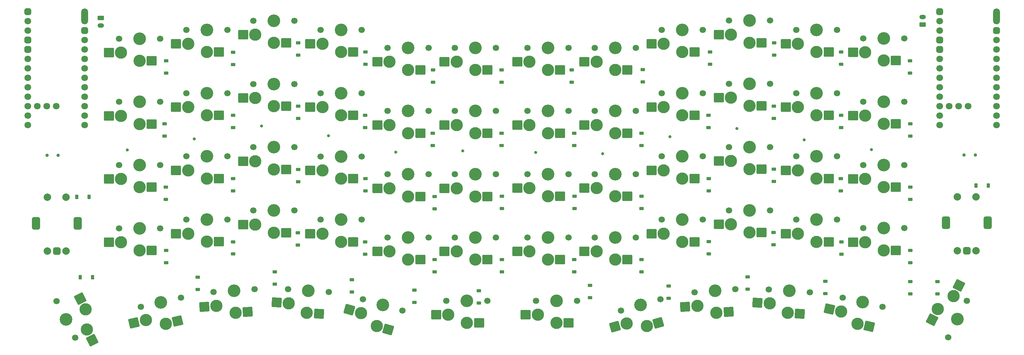
<source format=gbr>
%TF.GenerationSoftware,KiCad,Pcbnew,8.0.5*%
%TF.CreationDate,2024-10-07T12:12:51+02:00*%
%TF.ProjectId,chastity,63686173-7469-4747-992e-6b696361645f,rev?*%
%TF.SameCoordinates,Original*%
%TF.FileFunction,Soldermask,Bot*%
%TF.FilePolarity,Negative*%
%FSLAX46Y46*%
G04 Gerber Fmt 4.6, Leading zero omitted, Abs format (unit mm)*
G04 Created by KiCad (PCBNEW 8.0.5) date 2024-10-07 12:12:51*
%MOMM*%
%LPD*%
G01*
G04 APERTURE LIST*
G04 Aperture macros list*
%AMRoundRect*
0 Rectangle with rounded corners*
0 $1 Rounding radius*
0 $2 $3 $4 $5 $6 $7 $8 $9 X,Y pos of 4 corners*
0 Add a 4 corners polygon primitive as box body*
4,1,4,$2,$3,$4,$5,$6,$7,$8,$9,$2,$3,0*
0 Add four circle primitives for the rounded corners*
1,1,$1+$1,$2,$3*
1,1,$1+$1,$4,$5*
1,1,$1+$1,$6,$7*
1,1,$1+$1,$8,$9*
0 Add four rect primitives between the rounded corners*
20,1,$1+$1,$2,$3,$4,$5,0*
20,1,$1+$1,$4,$5,$6,$7,0*
20,1,$1+$1,$6,$7,$8,$9,0*
20,1,$1+$1,$8,$9,$2,$3,0*%
G04 Aperture macros list end*
%ADD10C,0.900000*%
%ADD11C,1.800000*%
%ADD12RoundRect,0.450000X-0.450000X-0.450000X0.450000X-0.450000X0.450000X0.450000X-0.450000X0.450000X0*%
%ADD13O,1.800000X4.340000*%
%ADD14C,2.000000*%
%ADD15RoundRect,0.500000X0.500000X-0.500000X0.500000X0.500000X-0.500000X0.500000X-0.500000X-0.500000X0*%
%ADD16RoundRect,0.550000X0.550000X-1.150000X0.550000X1.150000X-0.550000X1.150000X-0.550000X-1.150000X0*%
%ADD17C,1.700000*%
%ADD18C,3.400000*%
%ADD19C,3.300000*%
%ADD20RoundRect,0.260000X1.065000X1.040000X-1.065000X1.040000X-1.065000X-1.040000X1.065000X-1.040000X0*%
%ADD21RoundRect,0.260000X1.134952X0.963176X-0.989859X1.111757X-1.134952X-0.963176X0.989859X-1.111757X0*%
%ADD22RoundRect,0.225000X0.375000X-0.225000X0.375000X0.225000X-0.375000X0.225000X-0.375000X-0.225000X0*%
%ADD23RoundRect,0.225000X-0.375000X0.225000X-0.375000X-0.225000X0.375000X-0.225000X0.375000X0.225000X0*%
%ADD24RoundRect,0.225000X0.225000X0.375000X-0.225000X0.375000X-0.225000X-0.375000X0.225000X-0.375000X0*%
%ADD25RoundRect,0.260000X0.737081X1.293266X-1.310407X0.706158X-0.737081X-1.293266X1.310407X-0.706158X0*%
%ADD26RoundRect,0.260000X0.803755X1.252918X-1.271653X0.773772X-0.803755X-1.252918X1.271653X-0.773772X0*%
%ADD27RoundRect,0.260000X1.310407X0.706158X-0.737081X1.293266X-1.310407X-0.706158X0.737081X-1.293266X0*%
%ADD28RoundRect,0.260000X1.271653X0.773772X-0.803755X1.252918X-1.271653X-0.773772X0.803755X-1.252918X0*%
%ADD29RoundRect,0.260000X0.989859X1.111757X-1.134952X0.963176X-0.989859X-1.111757X1.134952X-0.963176X0*%
%ADD30O,1.750000X1.200000*%
%ADD31RoundRect,0.250000X0.625000X-0.350000X0.625000X0.350000X-0.625000X0.350000X-0.625000X-0.350000X0*%
%ADD32RoundRect,0.260000X0.443147X-1.421072X1.410147X0.476772X-0.443147X1.421072X-1.410147X-0.476772X0*%
%ADD33RoundRect,0.260000X-1.410147X0.476772X-0.443147X-1.421072X1.410147X-0.476772X0.443147X1.421072X0*%
%ADD34RoundRect,0.250000X-0.625000X0.350000X-0.625000X-0.350000X0.625000X-0.350000X0.625000X0.350000X0*%
%ADD35C,0.800000*%
G04 APERTURE END LIST*
D10*
%TO.C,SW_POWERR32*%
X9799764Y87357999D03*
X6799764Y87357999D03*
%TD*%
%TO.C,SW_POWERR31*%
X252636815Y87417555D03*
X255636815Y87417555D03*
%TD*%
D11*
%TO.C,U32*%
X1659764Y123423000D03*
X1659764Y120883000D03*
D12*
X1659764Y118343000D03*
X1659764Y115803000D03*
D11*
X1659764Y113263000D03*
X1659764Y110723000D03*
X1659764Y108183000D03*
X1659764Y105643000D03*
X1659764Y103103000D03*
X1659764Y100563000D03*
X1659764Y98023000D03*
X1659764Y95483000D03*
D13*
X16899764Y124693000D03*
D12*
X16899764Y120883000D03*
D11*
X16899764Y118343000D03*
X16899764Y115803000D03*
X16899764Y113263000D03*
X16899764Y110723000D03*
X16899764Y108183000D03*
X16899764Y105643000D03*
X16899764Y103103000D03*
X16899764Y100563000D03*
X16899764Y98023000D03*
X16899764Y95483000D03*
X4199764Y100563000D03*
X6739764Y100563000D03*
X9279764Y100563000D03*
D12*
X1659764Y125963000D03*
D11*
X16899764Y125963000D03*
%TD*%
%TO.C,U31*%
X261316815Y125912555D03*
D12*
X246076815Y125912555D03*
D11*
X253696815Y100512555D03*
X251156815Y100512555D03*
X248616815Y100512555D03*
X261316815Y95432555D03*
X261316815Y97972555D03*
X261316815Y100512555D03*
X261316815Y103052555D03*
X261316815Y105592555D03*
X261316815Y108132555D03*
X261316815Y110672555D03*
X261316815Y113212555D03*
X261316815Y115752555D03*
X261316815Y118292555D03*
D12*
X261316815Y120832555D03*
D13*
X261316815Y124642555D03*
D11*
X246076815Y95432555D03*
X246076815Y97972555D03*
X246076815Y100512555D03*
X246076815Y103052555D03*
X246076815Y105592555D03*
X246076815Y108132555D03*
X246076815Y110672555D03*
X246076815Y113212555D03*
D12*
X246076815Y115752555D03*
X246076815Y118292555D03*
D11*
X246076815Y120832555D03*
X246076815Y123372555D03*
%TD*%
D14*
%TO.C,SW2*%
X6939764Y61583000D03*
X11939764Y61583000D03*
D15*
X9439764Y61583000D03*
D16*
X3839764Y69083000D03*
X15039764Y69083000D03*
D14*
X11939764Y76083000D03*
X6939764Y76083000D03*
%TD*%
%TO.C,SW1*%
X250866815Y76192555D03*
X255866815Y76192555D03*
D16*
X258966815Y69192555D03*
X247766815Y69192555D03*
D15*
X253366815Y61692555D03*
D14*
X255866815Y61692555D03*
X250866815Y61692555D03*
%TD*%
D17*
%TO.C,MX35*%
X109134764Y116243000D03*
D18*
X103634764Y116243000D03*
D17*
X98134764Y116243000D03*
D19*
X98634764Y112493000D03*
D20*
X95389764Y112493000D03*
X106879764Y110293000D03*
D19*
X103634764Y110293000D03*
%TD*%
%TO.C,MX19*%
X141126815Y59302555D03*
D20*
X144371815Y59302555D03*
X132881815Y61502555D03*
D19*
X136126815Y61502555D03*
D17*
X135626815Y65252555D03*
D18*
X141126815Y65252555D03*
D17*
X146626815Y65252555D03*
%TD*%
%TO.C,MX58*%
X82374322Y50561205D03*
D18*
X76887720Y50944866D03*
D17*
X71401118Y51328527D03*
D19*
X71638309Y47552784D03*
D21*
X68401218Y47779143D03*
X79709764Y44783000D03*
D19*
X76472669Y45009360D03*
%TD*%
%TO.C,MX4*%
X195126815Y117602555D03*
D20*
X198371815Y117602555D03*
X186881815Y119802555D03*
D19*
X190126815Y119802555D03*
D17*
X189626815Y123552555D03*
D18*
X195126815Y123552555D03*
D17*
X200626815Y123552555D03*
%TD*%
%TO.C,MX40*%
X91139764Y104043000D03*
D18*
X85639764Y104043000D03*
D17*
X80139764Y104043000D03*
D19*
X80639764Y100293000D03*
D20*
X77394764Y100293000D03*
X88884764Y98093000D03*
D19*
X85639764Y98093000D03*
%TD*%
%TO.C,MX11*%
X213126815Y98102555D03*
D20*
X216371815Y98102555D03*
X204881815Y100302555D03*
D19*
X208126815Y100302555D03*
D17*
X207626815Y104052555D03*
D18*
X213126815Y104052555D03*
D17*
X218626815Y104052555D03*
%TD*%
D19*
%TO.C,MX10*%
X195126815Y100602555D03*
D20*
X198371815Y100602555D03*
X186881815Y102802555D03*
D19*
X190126815Y102802555D03*
D17*
X189626815Y106552555D03*
D18*
X195126815Y106552555D03*
D17*
X200626815Y106552555D03*
%TD*%
D19*
%TO.C,MX15*%
X177126815Y81102555D03*
D20*
X180371815Y81102555D03*
X168881815Y83302555D03*
D19*
X172126815Y83302555D03*
D17*
X171626815Y87052555D03*
D18*
X177126815Y87052555D03*
D17*
X182626815Y87052555D03*
%TD*%
%TO.C,MX60*%
X124889764Y48233000D03*
D18*
X119389764Y48233000D03*
D17*
X113889764Y48233000D03*
D19*
X114389764Y44483000D03*
D20*
X111144764Y44483000D03*
X122634764Y42283000D03*
D19*
X119389764Y42283000D03*
%TD*%
D22*
%TO.C,D42*%
X128706201Y89997012D03*
X128706201Y93297012D03*
%TD*%
%TO.C,D4*%
X201746815Y117582555D03*
X201746815Y114282555D03*
%TD*%
%TO.C,D45*%
X74169764Y80253000D03*
X74169764Y83553000D03*
%TD*%
%TO.C,D12*%
X238216815Y95812555D03*
X238216815Y92512555D03*
%TD*%
%TO.C,D44*%
X56679764Y77793000D03*
X56679764Y81093000D03*
%TD*%
%TO.C,D17*%
X219646815Y81105055D03*
X219646815Y77805055D03*
%TD*%
D17*
%TO.C,MX54*%
X127134764Y65243000D03*
D18*
X121634764Y65243000D03*
D17*
X116134764Y65243000D03*
D19*
X116634764Y61493000D03*
D20*
X113389764Y61493000D03*
X124879764Y59293000D03*
D19*
X121634764Y59293000D03*
%TD*%
D17*
%TO.C,MX33*%
X73152114Y123504250D03*
D18*
X67652114Y123504250D03*
D17*
X62152114Y123504250D03*
D19*
X62652114Y119754250D03*
D20*
X59407114Y119754250D03*
X70897114Y117554250D03*
D19*
X67652114Y117554250D03*
%TD*%
%TO.C,MX14*%
X159126815Y76302555D03*
D20*
X162371815Y76302555D03*
X150881815Y78502555D03*
D19*
X154126815Y78502555D03*
D17*
X153626815Y82252555D03*
D18*
X159126815Y82252555D03*
D17*
X164626815Y82252555D03*
%TD*%
%TO.C,MX41*%
X109134764Y99243000D03*
D18*
X103634764Y99243000D03*
D17*
X98134764Y99243000D03*
D19*
X98634764Y95493000D03*
D20*
X95389764Y95493000D03*
X106879764Y93293000D03*
D19*
X103634764Y93293000D03*
%TD*%
%TO.C,MX9*%
X177126815Y98102555D03*
D20*
X180371815Y98102555D03*
X168881815Y100302555D03*
D19*
X172126815Y100302555D03*
D17*
X171626815Y104052555D03*
D18*
X177126815Y104052555D03*
D17*
X182626815Y104052555D03*
%TD*%
D22*
%TO.C,D52*%
X92089764Y60793000D03*
X92089764Y64093000D03*
%TD*%
D17*
%TO.C,MX32*%
X55152114Y121054250D03*
D18*
X49652114Y121054250D03*
D17*
X44152114Y121054250D03*
D19*
X44652114Y117304250D03*
D20*
X41407114Y117304250D03*
X52897114Y115104250D03*
D19*
X49652114Y115104250D03*
%TD*%
D22*
%TO.C,D19*%
X148176815Y59302555D03*
X148176815Y56002555D03*
%TD*%
%TO.C,D24*%
X238206815Y61802555D03*
X238206815Y58502555D03*
%TD*%
%TO.C,D22*%
X201586815Y66602555D03*
X201586815Y63302555D03*
%TD*%
D19*
%TO.C,MX16*%
X195126815Y83602555D03*
D20*
X198371815Y83602555D03*
X186881815Y85802555D03*
D19*
X190126815Y85802555D03*
D17*
X189626815Y89552555D03*
D18*
X195126815Y89552555D03*
D17*
X200626815Y89552555D03*
%TD*%
D23*
%TO.C,D30*%
X245526815Y50122555D03*
X245526815Y53422555D03*
%TD*%
%TO.C,D57*%
X67909764Y55983000D03*
X67909764Y52683000D03*
%TD*%
D22*
%TO.C,D43*%
X38706485Y75455045D03*
X38706485Y78755045D03*
%TD*%
D17*
%TO.C,MX31*%
X37152114Y118704250D03*
D18*
X31652114Y118704250D03*
D17*
X26152114Y118704250D03*
D19*
X26652114Y114954250D03*
D20*
X23407114Y114954250D03*
X34897114Y112754250D03*
D19*
X31652114Y112754250D03*
%TD*%
D23*
%TO.C,D59*%
X105300764Y51113000D03*
X105300764Y47813000D03*
%TD*%
D24*
%TO.C,D61*%
X255836815Y79202555D03*
X259136815Y79202555D03*
%TD*%
D19*
%TO.C,MX26*%
X167579918Y41437043D03*
D25*
X170699212Y42331486D03*
X159047913Y41279189D03*
D19*
X162167208Y42173632D03*
D17*
X160652937Y45640545D03*
D18*
X165939876Y47156550D03*
D17*
X171226815Y48672555D03*
%TD*%
D22*
%TO.C,D16*%
X201656815Y83602555D03*
X201656815Y80302555D03*
%TD*%
D19*
%TO.C,MX2*%
X159126815Y110302555D03*
D20*
X162371815Y110302555D03*
X150881815Y112502555D03*
D19*
X154126815Y112502555D03*
D17*
X153626815Y116252555D03*
D18*
X159126815Y116252555D03*
D17*
X164626815Y116252555D03*
%TD*%
D23*
%TO.C,D26*%
X173496815Y48912555D03*
X173496815Y52212555D03*
%TD*%
D19*
%TO.C,MX21*%
X177126815Y64102555D03*
D20*
X180371815Y64102555D03*
X168881815Y66302555D03*
D19*
X172126815Y66302555D03*
D17*
X171626815Y70052555D03*
D18*
X177126815Y70052555D03*
D17*
X182626815Y70052555D03*
%TD*%
D19*
%TO.C,MX3*%
X177126815Y115102555D03*
D20*
X180371815Y115102555D03*
X168881815Y117302555D03*
D19*
X172126815Y117302555D03*
D17*
X171626815Y121052555D03*
D18*
X177126815Y121052555D03*
D17*
X182626815Y121052555D03*
%TD*%
%TO.C,MX56*%
X42699764Y49083000D03*
D18*
X37340729Y47845769D03*
D17*
X31981694Y46608538D03*
D19*
X33312446Y43067126D03*
D26*
X30150614Y42337160D03*
X41841019Y42778233D03*
D19*
X38679188Y42048267D03*
%TD*%
%TO.C,MX13*%
X141126815Y76302555D03*
D20*
X144371815Y76302555D03*
X132881815Y78502555D03*
D19*
X136126815Y78502555D03*
D17*
X135626815Y82252555D03*
D18*
X141126815Y82252555D03*
D17*
X146626815Y82252555D03*
%TD*%
D19*
%TO.C,MX12*%
X231126815Y95802555D03*
D20*
X234371815Y95802555D03*
X222881815Y98002555D03*
D19*
X226126815Y98002555D03*
D17*
X225626815Y101752555D03*
D18*
X231126815Y101752555D03*
D17*
X236626815Y101752555D03*
%TD*%
D22*
%TO.C,D32*%
X56729764Y111713000D03*
X56729764Y115013000D03*
%TD*%
D19*
%TO.C,MX1*%
X141126815Y110302555D03*
D20*
X144371815Y110302555D03*
X132881815Y112502555D03*
D19*
X136126815Y112502555D03*
D17*
X135626815Y116252555D03*
D18*
X141126815Y116252555D03*
D17*
X146626815Y116252555D03*
%TD*%
D23*
%TO.C,D60*%
X122539764Y50953000D03*
X122539764Y47653000D03*
%TD*%
%TO.C,D27*%
X194606815Y51402555D03*
X194606815Y54702555D03*
%TD*%
D22*
%TO.C,D47*%
X110739764Y72993000D03*
X110739764Y76293000D03*
%TD*%
D17*
%TO.C,MX44*%
X55152114Y87054250D03*
D18*
X49652114Y87054250D03*
D17*
X44152114Y87054250D03*
D19*
X44652114Y83304250D03*
D20*
X41407114Y83304250D03*
X52897114Y81104250D03*
D19*
X49652114Y81104250D03*
%TD*%
D22*
%TO.C,D21*%
X184176815Y64112555D03*
X184176815Y60812555D03*
%TD*%
D23*
%TO.C,D29*%
X238266815Y50122555D03*
X238266815Y53422555D03*
%TD*%
D19*
%TO.C,MX18*%
X231126815Y78802555D03*
D20*
X234371815Y78802555D03*
X222881815Y81002555D03*
D19*
X226126815Y81002555D03*
D17*
X225626815Y84752555D03*
D18*
X231126815Y84752555D03*
D17*
X236626815Y84752555D03*
%TD*%
D19*
%TO.C,MX20*%
X159126815Y59302555D03*
D20*
X162371815Y59302555D03*
X150881815Y61502555D03*
D19*
X154126815Y61502555D03*
D17*
X153626815Y65252555D03*
D18*
X159126815Y65252555D03*
D17*
X164626815Y65252555D03*
%TD*%
D24*
%TO.C,D55*%
X19019764Y54563000D03*
X15719764Y54563000D03*
%TD*%
D22*
%TO.C,D48*%
X128759764Y73005500D03*
X128759764Y76305500D03*
%TD*%
%TO.C,D20*%
X166202457Y59299816D03*
X166202457Y55999816D03*
%TD*%
%TO.C,D49*%
X38719764Y58453000D03*
X38719764Y61753000D03*
%TD*%
%TO.C,D38*%
X56709764Y94813000D03*
X56709764Y98113000D03*
%TD*%
D17*
%TO.C,MX53*%
X109134764Y65243000D03*
D18*
X103634764Y65243000D03*
D17*
X98134764Y65243000D03*
D19*
X98634764Y61493000D03*
D20*
X95389764Y61493000D03*
X106879764Y59293000D03*
D19*
X103634764Y59293000D03*
%TD*%
D17*
%TO.C,MX47*%
X109134764Y82243000D03*
D18*
X103634764Y82243000D03*
D17*
X98134764Y82243000D03*
D19*
X98634764Y78493000D03*
D20*
X95389764Y78493000D03*
X106879764Y76293000D03*
D19*
X103634764Y76293000D03*
%TD*%
D17*
%TO.C,MX59*%
X102116703Y45636995D03*
D18*
X96829764Y47153000D03*
D17*
X91542825Y48669005D03*
D19*
X90989815Y44926454D03*
D27*
X87870521Y45820899D03*
X98309016Y40539050D03*
D19*
X95189722Y41433493D03*
%TD*%
D22*
%TO.C,D7*%
X148156815Y93305055D03*
X148156815Y90005055D03*
%TD*%
D23*
%TO.C,D56*%
X47209764Y54595500D03*
X47209764Y51295500D03*
%TD*%
D22*
%TO.C,D23*%
X219766815Y64095055D03*
X219766815Y60795055D03*
%TD*%
D17*
%TO.C,MX34*%
X91139764Y121043000D03*
D18*
X85639764Y121043000D03*
D17*
X80139764Y121043000D03*
D19*
X80639764Y117293000D03*
D20*
X77394764Y117293000D03*
X88884764Y115093000D03*
D19*
X85639764Y115093000D03*
%TD*%
D17*
%TO.C,MX36*%
X127134764Y116243000D03*
D18*
X121634764Y116243000D03*
D17*
X116134764Y116243000D03*
D19*
X116634764Y112493000D03*
D20*
X113389764Y112493000D03*
X124879764Y110293000D03*
D19*
X121634764Y110293000D03*
%TD*%
D22*
%TO.C,D3*%
X184566815Y115102555D03*
X184566815Y111802555D03*
%TD*%
D19*
%TO.C,MX25*%
X143380058Y42288079D03*
D20*
X146625058Y42288079D03*
X135135058Y44488079D03*
D19*
X138380058Y44488079D03*
D17*
X137880058Y48238079D03*
D18*
X143380058Y48238079D03*
D17*
X148880058Y48238079D03*
%TD*%
D19*
%TO.C,MX8*%
X159126815Y93302555D03*
D20*
X162371815Y93302555D03*
X150881815Y95502555D03*
D19*
X154126815Y95502555D03*
D17*
X153626815Y99252555D03*
D18*
X159126815Y99252555D03*
D17*
X164626815Y99252555D03*
%TD*%
D22*
%TO.C,D41*%
X110179147Y89979410D03*
X110179147Y93279410D03*
%TD*%
%TO.C,D9*%
X184116815Y98092555D03*
X184116815Y94792555D03*
%TD*%
D19*
%TO.C,MX29*%
X224103773Y42064186D03*
D28*
X227265603Y41334220D03*
X216564984Y46062521D03*
D19*
X219726815Y45332555D03*
D17*
X220083197Y49098919D03*
D18*
X225442232Y47861688D03*
D17*
X230801267Y46624457D03*
%TD*%
%TO.C,MX42*%
X127134764Y99243000D03*
D18*
X121634764Y99243000D03*
D17*
X116134764Y99243000D03*
D19*
X116634764Y95493000D03*
D20*
X113389764Y95493000D03*
X124879764Y93293000D03*
D19*
X121634764Y93293000D03*
%TD*%
%TO.C,MX27*%
X186285264Y45003388D03*
D29*
X189522359Y45229748D03*
X177906884Y46622887D03*
D19*
X181143980Y46849246D03*
D17*
X180383611Y50555233D03*
D18*
X185870213Y50938894D03*
D17*
X191356815Y51322555D03*
%TD*%
D19*
%TO.C,MX7*%
X141126815Y93302555D03*
D20*
X144371815Y93302555D03*
X132881815Y95502555D03*
D19*
X136126815Y95502555D03*
D17*
X135626815Y99252555D03*
D18*
X141126815Y99252555D03*
D17*
X146626815Y99252555D03*
%TD*%
%TO.C,MX45*%
X73152114Y89504250D03*
D18*
X67652114Y89504250D03*
D17*
X62152114Y89504250D03*
D19*
X62652114Y85754250D03*
D20*
X59407114Y85754250D03*
X70897114Y83554250D03*
D19*
X67652114Y83554250D03*
%TD*%
D22*
%TO.C,D8*%
X166196815Y93292555D03*
X166196815Y89992555D03*
%TD*%
D19*
%TO.C,MX23*%
X213126815Y64102555D03*
D20*
X216371815Y64102555D03*
X204881815Y66302555D03*
D19*
X208126815Y66302555D03*
D17*
X207626815Y70052555D03*
D18*
X213126815Y70052555D03*
D17*
X218626815Y70052555D03*
%TD*%
D22*
%TO.C,D33*%
X74149764Y114275500D03*
X74149764Y117575500D03*
%TD*%
D17*
%TO.C,MX37*%
X37152114Y101704250D03*
D18*
X31652114Y101704250D03*
D17*
X26152114Y101704250D03*
D19*
X26652114Y97954250D03*
D20*
X23407114Y97954250D03*
X34897114Y95754250D03*
D19*
X31652114Y95754250D03*
%TD*%
D17*
%TO.C,MX49*%
X37152114Y67704250D03*
D18*
X31652114Y67704250D03*
D17*
X26152114Y67704250D03*
D19*
X26652114Y63954250D03*
D20*
X23407114Y63954250D03*
X34897114Y61754250D03*
D19*
X31652114Y61754250D03*
%TD*%
%TO.C,MX28*%
X205365162Y44970710D03*
D21*
X208602258Y44744350D03*
X197293711Y47740493D03*
D19*
X200530805Y47514133D03*
D17*
X200293611Y51289877D03*
D18*
X205780213Y50906216D03*
D17*
X211266815Y50522555D03*
%TD*%
D23*
%TO.C,D28*%
X215466815Y50152555D03*
X215466815Y53452555D03*
%TD*%
D19*
%TO.C,MX22*%
X195126815Y66602555D03*
D20*
X198371815Y66602555D03*
X186881815Y68802555D03*
D19*
X190126815Y68802555D03*
D17*
X189626815Y72552555D03*
D18*
X195126815Y72552555D03*
D17*
X200626815Y72552555D03*
%TD*%
D23*
%TO.C,D25*%
X152340058Y49048079D03*
X152340058Y52348079D03*
%TD*%
D22*
%TO.C,D14*%
X166186815Y76305055D03*
X166186815Y73005055D03*
%TD*%
D30*
%TO.C,J31*%
X241536815Y124512555D03*
D31*
X241536815Y122512555D03*
%TD*%
D22*
%TO.C,D1*%
X147496815Y110305055D03*
X147496815Y107005055D03*
%TD*%
D17*
%TO.C,MX43*%
X37152114Y84704250D03*
D18*
X31652114Y84704250D03*
D17*
X26152114Y84704250D03*
D19*
X26652114Y80954250D03*
D20*
X23407114Y80954250D03*
X34897114Y78754250D03*
D19*
X31652114Y78754250D03*
%TD*%
D17*
%TO.C,MX38*%
X55152114Y104054250D03*
D18*
X49652114Y104054250D03*
D17*
X44152114Y104054250D03*
D19*
X44652114Y100304250D03*
D20*
X41407114Y100304250D03*
X52897114Y98104250D03*
D19*
X49652114Y98104250D03*
%TD*%
D22*
%TO.C,D5*%
X219685566Y115096023D03*
X219685566Y111796023D03*
%TD*%
%TO.C,D51*%
X74099764Y63253000D03*
X74099764Y66553000D03*
%TD*%
%TO.C,D2*%
X166496815Y110362555D03*
X166496815Y107062555D03*
%TD*%
D17*
%TO.C,MX48*%
X127134764Y82243000D03*
D18*
X121634764Y82243000D03*
D17*
X116134764Y82243000D03*
D19*
X116634764Y78493000D03*
D20*
X113389764Y78493000D03*
X124879764Y76293000D03*
D19*
X121634764Y76293000D03*
%TD*%
%TO.C,MX17*%
X213126815Y81102555D03*
D20*
X216371815Y81102555D03*
X204881815Y83302555D03*
D19*
X208126815Y83302555D03*
D17*
X207626815Y87052555D03*
D18*
X213126815Y87052555D03*
D17*
X218626815Y87052555D03*
%TD*%
%TO.C,MX39*%
X73152114Y106504250D03*
D18*
X67652114Y106504250D03*
D17*
X62152114Y106504250D03*
D19*
X62652114Y102754250D03*
D20*
X59407114Y102754250D03*
X70897114Y100554250D03*
D19*
X67652114Y100554250D03*
%TD*%
D22*
%TO.C,D18*%
X238206815Y78792555D03*
X238206815Y75492555D03*
%TD*%
D17*
%TO.C,MX52*%
X91139764Y70043000D03*
D18*
X85639764Y70043000D03*
D17*
X80139764Y70043000D03*
D19*
X80639764Y66293000D03*
D20*
X77394764Y66293000D03*
X88884764Y64093000D03*
D19*
X85639764Y64093000D03*
%TD*%
%TO.C,MX30*%
X245575326Y46023798D03*
D32*
X244102127Y43132482D03*
X251278692Y52371368D03*
D19*
X249805493Y49480052D03*
D17*
X253373763Y48223091D03*
D18*
X250876815Y43322555D03*
D17*
X248379867Y38422019D03*
%TD*%
D22*
%TO.C,D34*%
X92164509Y111795388D03*
X92164509Y115095388D03*
%TD*%
D19*
%TO.C,MX6*%
X231126815Y112802555D03*
D20*
X234371815Y112802555D03*
X222881815Y115002555D03*
D19*
X226126815Y115002555D03*
D17*
X225626815Y118752555D03*
D18*
X231126815Y118752555D03*
D17*
X236626815Y118752555D03*
%TD*%
D19*
%TO.C,MX5*%
X213126815Y115102555D03*
D20*
X216371815Y115102555D03*
X204881815Y117302555D03*
D19*
X208126815Y117302555D03*
D17*
X207626815Y121052555D03*
D18*
X213126815Y121052555D03*
D17*
X218626815Y121052555D03*
%TD*%
D22*
%TO.C,D15*%
X184196815Y81105055D03*
X184196815Y77805055D03*
%TD*%
%TO.C,D53*%
X110739764Y56013000D03*
X110739764Y59313000D03*
%TD*%
%TO.C,D35*%
X110296383Y106982794D03*
X110296383Y110282794D03*
%TD*%
%TO.C,D40*%
X92089764Y94793000D03*
X92089764Y98093000D03*
%TD*%
%TO.C,D6*%
X238186815Y112762555D03*
X238186815Y109462555D03*
%TD*%
D17*
%TO.C,MX50*%
X55152114Y70054250D03*
D18*
X49652114Y70054250D03*
D17*
X44152114Y70054250D03*
D19*
X44652114Y66304250D03*
D20*
X41407114Y66304250D03*
X52897114Y64104250D03*
D19*
X49652114Y64104250D03*
%TD*%
D22*
%TO.C,D54*%
X128729764Y55993000D03*
X128729764Y59293000D03*
%TD*%
%TO.C,D39*%
X74149764Y97263000D03*
X74149764Y100563000D03*
%TD*%
D19*
%TO.C,MX24*%
X231126815Y61802555D03*
D20*
X234371815Y61802555D03*
X222881815Y64002555D03*
D19*
X226126815Y64002555D03*
D17*
X225626815Y67752555D03*
D18*
X231126815Y67752555D03*
D17*
X236626815Y67752555D03*
%TD*%
D23*
%TO.C,D58*%
X88519764Y53933000D03*
X88519764Y50633000D03*
%TD*%
D17*
%TO.C,MX46*%
X91139764Y87043000D03*
D18*
X85639764Y87043000D03*
D17*
X80139764Y87043000D03*
D19*
X80639764Y83293000D03*
D20*
X77394764Y83293000D03*
X88884764Y81093000D03*
D19*
X85639764Y81093000D03*
%TD*%
D22*
%TO.C,D31*%
X38729764Y109403000D03*
X38729764Y112703000D03*
%TD*%
%TO.C,D11*%
X219666815Y98102555D03*
X219666815Y94802555D03*
%TD*%
%TO.C,D37*%
X38321764Y92484000D03*
X38321764Y95784000D03*
%TD*%
%TO.C,D46*%
X92139764Y77793000D03*
X92139764Y81093000D03*
%TD*%
%TO.C,D50*%
X56729764Y60803000D03*
X56729764Y64103000D03*
%TD*%
D17*
%TO.C,MX51*%
X73152114Y72504250D03*
D18*
X67652114Y72504250D03*
D17*
X62152114Y72504250D03*
D19*
X62652114Y68754250D03*
D20*
X59407114Y68754250D03*
X70897114Y66554250D03*
D19*
X67652114Y66554250D03*
%TD*%
D24*
%TO.C,D62*%
X18069764Y76163000D03*
X14769764Y76163000D03*
%TD*%
D22*
%TO.C,D10*%
X201666815Y100582555D03*
X201666815Y97282555D03*
%TD*%
D19*
%TO.C,MX55*%
X17196201Y45965936D03*
D33*
X15723002Y48857253D03*
X18979138Y37620809D03*
D19*
X17505939Y40512125D03*
D17*
X14391660Y38364157D03*
D18*
X11894712Y43264693D03*
D17*
X9397764Y48165229D03*
%TD*%
D22*
%TO.C,D13*%
X148196815Y76312555D03*
X148196815Y73012555D03*
%TD*%
D34*
%TO.C,J32*%
X21239764Y124223000D03*
D30*
X21239764Y122223000D03*
%TD*%
D17*
%TO.C,MX57*%
X62444220Y51325808D03*
D18*
X56957618Y50942147D03*
D17*
X51471016Y50558486D03*
D19*
X52231385Y46852499D03*
D29*
X48994289Y46626139D03*
X60609764Y45233000D03*
D19*
X57372669Y45006641D03*
%TD*%
D22*
%TO.C,D36*%
X128705058Y107002293D03*
X128705058Y110302293D03*
%TD*%
D35*
X137776815Y88112555D03*
X155776815Y87797555D03*
X173776815Y92377555D03*
X191776815Y94547555D03*
X209776815Y91517555D03*
X227776815Y88887555D03*
X118284764Y88493000D03*
X100284764Y88198000D03*
X46302114Y91728000D03*
X82289764Y92568000D03*
X64302114Y95188000D03*
X28302114Y88823000D03*
M02*

</source>
